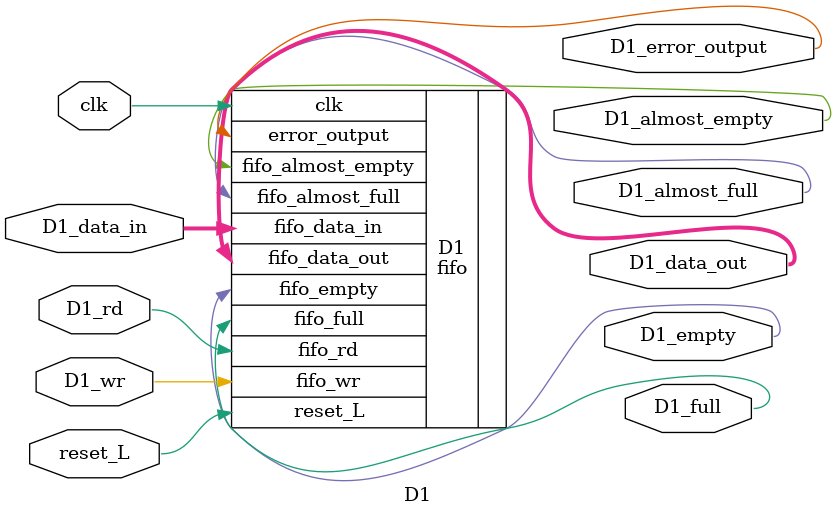
<source format=v>
module D1 #(
parameter		BW4=6,	// Byte/data width
parameter [5:0]	LEN=4,
parameter TOL = 1)
    (
	input				clk, reset_L,
	input				D1_wr,
	input	 [(BW4-1):0]	D1_data_in,
	input				D1_rd,
	output	[(BW4-1):0]	D1_data_out,
	output  			D1_error_output,
	output   				D1_full,
	output   				D1_empty,
	output   				D1_almost_full,
	output   				D1_almost_empty);

fifo #(.BW(BW4), .LEN(LEN), .TOL(TOL)) D1  (
	 // Outputs
	 .fifo_data_out			(D1_data_out[(BW4-1):0]),
	 .error_output			(D1_error_output),
	 .fifo_full			(D1_full),
	 .fifo_empty			(D1_empty),
	 .fifo_almost_full		(D1_almost_full),
	 .fifo_almost_empty		(D1_almost_empty),
	 // Inputs
	 .clk				(clk),
	 .reset_L			(reset_L),
	 .fifo_wr			(D1_wr),
	 .fifo_data_in			(D1_data_in[(BW4-1):0]),
	 .fifo_rd			(D1_rd)) ;

endmodule

</source>
